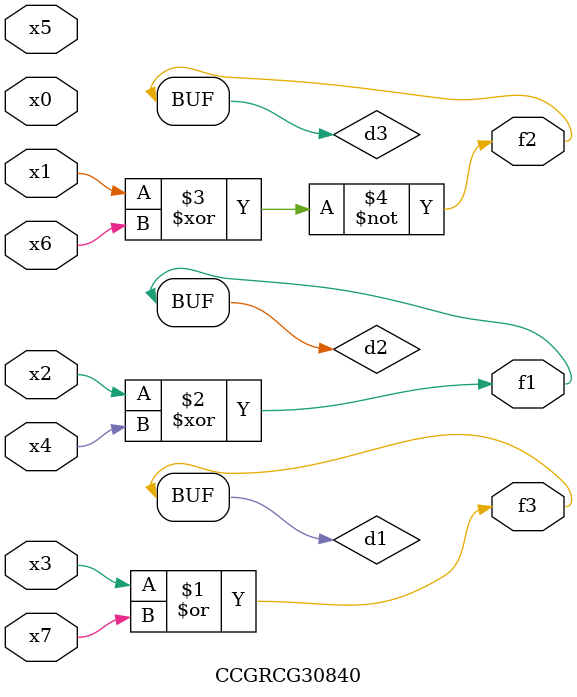
<source format=v>
module CCGRCG30840(
	input x0, x1, x2, x3, x4, x5, x6, x7,
	output f1, f2, f3
);

	wire d1, d2, d3;

	or (d1, x3, x7);
	xor (d2, x2, x4);
	xnor (d3, x1, x6);
	assign f1 = d2;
	assign f2 = d3;
	assign f3 = d1;
endmodule

</source>
